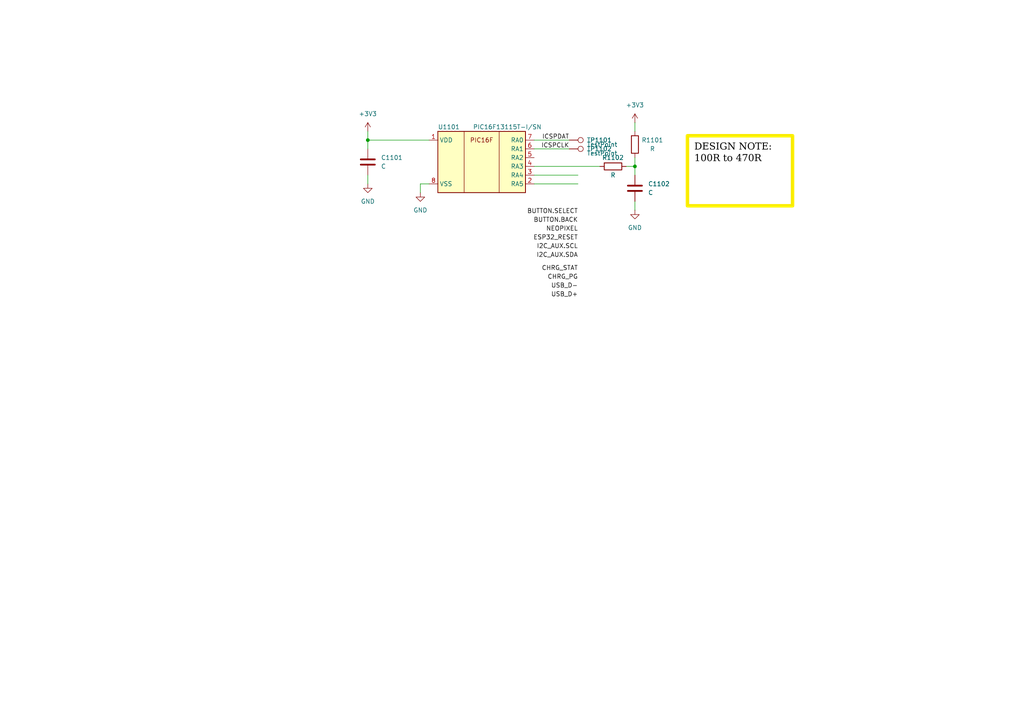
<source format=kicad_sch>
(kicad_sch (version 20231120) (generator "eeschema") (generator_version "8.0")
  (paper "A4")
  (title_block (date "2024-12-18") (rev "1.0") (company "kode."))
  (lib_symbols
    (symbol "0_mcu_microchip:PIC16F13115T-I/SN"
      (property "Reference" "U" (at 0 1.27 0))
      (property "Value" "PIC16F13115T-I/SN" (at 10.16 1.27 0))
      (symbol "PIC16F13115T-I/SN_0_1"
        (rectangle (start 0 0) (end 25.4 -17.78) (stroke (width 0.254)) (fill (type background)))
      )
      (symbol "PIC16F13115T-I/SN_1_1"
        (polyline (pts (xy 7.62 -17.78) (xy 7.62 0)))
        (polyline (pts (xy 17.78 0) (xy 17.78 -17.78)))
        (text "PIC16F" (at 12.7 -2.54 0) (effects (font (size 1.27 1.27))))
        (pin unspecified line (at -2.54 -2.54 0) (length 2.54) (name "VDD") (number "1"))
        (pin unspecified line (at 27.94 -15.24 180) (length 2.54) (name "RA5") (number "2"))
        (pin unspecified line (at 27.94 -12.7 180) (length 2.54) (name "RA4") (number "3"))
        (pin unspecified line (at 27.94 -10.16 180) (length 2.54) (name "RA3") (number "4"))
        (pin unspecified line (at 27.94 -7.62 180) (length 2.54) (name "RA2") (number "5"))
        (pin unspecified line (at 27.94 -5.08 180) (length 2.54) (name "RA1") (number "6"))
        (pin unspecified line (at 27.94 -2.54 180) (length 2.54) (name "RA0") (number "7"))
        (pin unspecified line (at -2.54 -15.24 0) (length 2.54) (name "VSS") (number "8"))
      )
    )
    (symbol "Connector:TestPoint" (pin_numbers hide) (pin_names (offset 0.762) hide)
      (property "Reference" "TP" (at 0 6.858 0))
      (property "Value" "TestPoint" (at 0 5.08 0))
      (symbol "TestPoint_0_1"
        (circle (center 0 3.302) (radius 0.762))
      )
      (symbol "TestPoint_1_1"
        (pin passive line (at 0 0 90) (length 2.54) (name "1") (number "1"))
      )
    )
    (symbol "Device:C" (pin_numbers hide) (pin_names (offset 0.254))
      (property "Reference" "C" (at 0.635 2.54 0))
      (property "Value" "C" (at 0.635 -2.54 0))
      (symbol "C_0_1"
        (polyline (pts (xy -2.032 -0.762) (xy 2.032 -0.762)) (stroke (width 0.508)))
        (polyline (pts (xy -2.032 0.762) (xy 2.032 0.762)) (stroke (width 0.508)))
      )
      (symbol "C_1_1"
        (pin passive line (at 0 3.81 270) (length 2.794) (name "~") (number "1"))
        (pin passive line (at 0 -3.81 90) (length 2.794) (name "~") (number "2"))
      )
    )
    (symbol "Device:R" (pin_numbers hide) (pin_names (offset 0))
      (property "Reference" "R" (at 2.032 0 90))
      (property "Value" "R" (at 0 0 90))
      (symbol "R_0_1"
        (rectangle (start -1.016 -2.54) (end 1.016 2.54) (stroke (width 0.254)))
      )
      (symbol "R_1_1"
        (pin passive line (at 0 3.81 270) (length 1.27) (name "~") (number "1"))
        (pin passive line (at 0 -3.81 90) (length 1.27) (name "~") (number "2"))
      )
    )
    (symbol "power:+3V3" (power) (pin_numbers hide) (pin_names (offset 0) hide)
      (property "Value" "+3V3" (at 0 3.556 0))
      (symbol "+3V3_0_1"
        (polyline (pts (xy -0.762 1.27) (xy 0 2.54)))
        (polyline (pts (xy 0 0) (xy 0 2.54)))
        (polyline (pts (xy 0 2.54) (xy 0.762 1.27)))
      )
      (symbol "+3V3_1_1"
        (pin power_in line (at 0 0 90) (length 0) (name "~") (number "1"))
      )
    )
    (symbol "power:GND" (power) (pin_numbers hide) (pin_names (offset 0) hide)
      (property "Value" "GND" (at 0 -3.81 0))
      (symbol "GND_0_1"
        (polyline (pts (xy 0 0) (xy 0 -1.27) (xy 1.27 -1.27) (xy 0 -2.54) (xy -1.27 -1.27) (xy 0 -1.27)))
      )
      (symbol "GND_1_1"
        (pin power_in line (at 0 0 270) (length 0) (name "~") (number "1"))
      )
    )
  )
  (junction (at 106.68 40.64))
  (junction (at 184.15 48.26))
  (wire (pts (xy 154.94 50.8) (xy 167.64 50.8)))
  (wire (pts (xy 121.92 53.34) (xy 121.92 55.88)))
  (wire (pts (xy 106.68 40.64) (xy 106.68 43.18)))
  (wire (pts (xy 106.68 50.8) (xy 106.68 53.34)))
  (wire (pts (xy 184.15 35.56) (xy 184.15 38.1)))
  (wire (pts (xy 154.94 43.18) (xy 165.1 43.18)))
  (wire (pts (xy 184.15 45.72) (xy 184.15 48.26)))
  (wire (pts (xy 154.94 40.64) (xy 165.1 40.64)))
  (wire (pts (xy 181.61 48.26) (xy 184.15 48.26)))
  (wire (pts (xy 184.15 58.42) (xy 184.15 60.96)))
  (wire (pts (xy 154.94 48.26) (xy 173.99 48.26)))
  (wire (pts (xy 124.46 40.64) (xy 106.68 40.64)))
  (wire (pts (xy 184.15 48.26) (xy 184.15 50.8)))
  (wire (pts (xy 124.46 53.34) (xy 121.92 53.34)))
  (wire (pts (xy 154.94 53.34) (xy 167.64 53.34)))
  (wire (pts (xy 106.68 38.1) (xy 106.68 40.64)))
  (text_box "DESIGN NOTE:\n100R to 470R" (at 199.39 39.37 0) (size 30.48 20.32) (stroke (width 1) (color 250 236 0 1)) (effects (font (size 2 2)) (justify left top)))
  (label "USB_D-" (at 167.64 83.82 180))
  (label "ICSPDAT" (at 165.1 40.64 180))
  (label "I2C_AUX.SDA" (at 167.64 74.93 180))
  (label "USB_D+" (at 167.64 86.36 180))
  (label "BUTTON.BACK" (at 167.64 64.77 180))
  (label "CHRG_STAT" (at 167.64 78.74 180))
  (label "CHRG_PG" (at 167.64 81.28 180))
  (label "I2C_AUX.SCL" (at 167.64 72.39 180))
  (label "BUTTON.SELECT" (at 167.64 62.23 180))
  (label "ICSPCLK" (at 165.1 43.18 180))
  (label "ESP32_RESET" (at 167.64 69.85 180))
  (label "NEOPIXEL" (at 167.64 67.31 180))
  (symbol (lib_id "power:GND") (at 184.15 60.96 0) (unit 1)
    (property "Reference" "#PWR1105" (effects (hide yes)))
    (property "Value" "GND" (at 184.15 66.04 0))
    (property "Description" "Power symbol creates a global label with name \"GND\" , ground" (effects (hide yes)))
  )
  (symbol (lib_id "Device:R") (at 177.8 48.26 90) (unit 1)
    (property "Reference" "R1102" (at 177.8 45.72 90))
    (property "Value" "R" (at 177.8 50.8 90))
    (property "Description" "Resistor" (effects (hide yes)))
  )
  (symbol (lib_id "power:+3V3") (at 106.68 38.1 0) (unit 1)
    (property "Reference" "#PWR1102" (effects (hide yes)))
    (property "Value" "+3V3" (at 106.68 33.02 0))
    (property "Description" "Power symbol creates a global label with name \"+3V3\"" (effects (hide yes)))
  )
  (symbol (lib_id "Connector:TestPoint") (at 165.1 40.64 270) (unit 1)
    (property "Reference" "TP1101" (at 170.18 40.64 90) (effects (justify left)))
    (property "Value" "TestPoint" (at 170.18 41.91 90) (effects (justify left)))
    (property "Description" "test point" (effects (hide yes)))
  )
  (symbol (lib_id "0_mcu_microchip:PIC16F13115T-I/SN") (at 127 38.1 0) (unit 1)
    (property "Reference" "U1101" (at 127 36.83 0) (effects (justify left)))
    (property "Value" "PIC16F13115T-I/SN" (at 137.16 36.83 0) (effects (justify left)))
    (property "Datasheet" "https://ww1.microchip.com/downloads/aemDocuments/documents/MCU08/ProductDocuments/DataSheets/PIC16F13145-Family-Microcontroller-Data-Sheet-DS40002519.pdf" (effects (hide yes)))
    (property "Description" "IC MCU 8BIT 14KB FLASH 8SOIC" (effects (hide yes)))
    (property "kode PN" "DOTU015" (effects (hide yes)))
    (property "Manufacturer" "Microchip Technology" (effects (hide yes)))
    (property "Manufacturer PN" "PIC16F13115T-I/SN" (effects (hide yes)))
    (property "Supplier 1" "MOUSER" (effects (hide yes)))
    (property "Supplier 1 PN" "579-PIC16F13115TISN" (effects (hide yes)))
  )
  (symbol (lib_id "Device:C") (at 106.68 46.99 0) (unit 1)
    (property "Reference" "C1101" (at 110.49 45.72 0) (effects (justify left)))
    (property "Value" "C" (at 110.49 48.26 0) (effects (justify left)))
    (property "Description" "Unpolarized capacitor" (effects (hide yes)))
  )
  (symbol (lib_id "power:GND") (at 121.92 55.88 0) (unit 1)
    (property "Reference" "#PWR1104" (effects (hide yes)))
    (property "Value" "GND" (at 121.92 60.96 0))
    (property "Description" "Power symbol creates a global label with name \"GND\" , ground" (effects (hide yes)))
  )
  (symbol (lib_id "Device:C") (at 184.15 54.61 0) (unit 1)
    (property "Reference" "C1102" (at 187.96 53.34 0) (effects (justify left)))
    (property "Value" "C" (at 187.96 55.88 0) (effects (justify left)))
    (property "Description" "Unpolarized capacitor" (effects (hide yes)))
  )
  (symbol (lib_id "Device:R") (at 184.15 41.91 180) (unit 1)
    (property "Reference" "R1101" (at 189.23 40.64 0))
    (property "Value" "R" (at 189.23 43.18 0))
    (property "Description" "Resistor" (effects (hide yes)))
  )
  (symbol (lib_id "power:GND") (at 106.68 53.34 0) (unit 1)
    (property "Reference" "#PWR1103" (effects (hide yes)))
    (property "Value" "GND" (at 106.68 58.42 0))
    (property "Description" "Power symbol creates a global label with name \"GND\" , ground" (effects (hide yes)))
  )
  (symbol (lib_id "power:+3V3") (at 184.15 35.56 0) (unit 1)
    (property "Reference" "#PWR1101" (effects (hide yes)))
    (property "Value" "+3V3" (at 184.15 30.48 0))
    (property "Description" "Power symbol creates a global label with name \"+3V3\"" (effects (hide yes)))
  )
  (symbol (lib_id "Connector:TestPoint") (at 165.1 43.18 270) (unit 1)
    (property "Reference" "TP1102" (at 170.18 43.18 90) (effects (justify left)))
    (property "Value" "TestPoint" (at 170.18 44.45 90) (effects (justify left)))
    (property "Description" "test point" (effects (hide yes)))
  )
)
</source>
